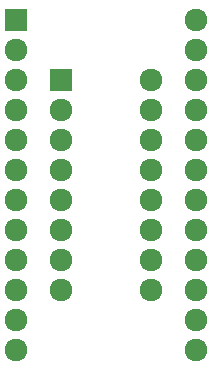
<source format=gbr>
G04 #@! TF.GenerationSoftware,KiCad,Pcbnew,(5.1.5)-3*
G04 #@! TF.CreationDate,2021-01-08T20:22:34-07:00*
G04 #@! TF.ProjectId,ROM_To_2716,524f4d5f-546f-45f3-9237-31362e6b6963,rev?*
G04 #@! TF.SameCoordinates,Original*
G04 #@! TF.FileFunction,Soldermask,Bot*
G04 #@! TF.FilePolarity,Negative*
%FSLAX46Y46*%
G04 Gerber Fmt 4.6, Leading zero omitted, Abs format (unit mm)*
G04 Created by KiCad (PCBNEW (5.1.5)-3) date 2021-01-08 20:22:34*
%MOMM*%
%LPD*%
G04 APERTURE LIST*
%ADD10R,1.924000X1.924000*%
%ADD11C,1.924000*%
G04 APERTURE END LIST*
D10*
X20955000Y-21590000D03*
D11*
X20955000Y-24130000D03*
X20955000Y-26670000D03*
X20955000Y-29210000D03*
X20955000Y-31750000D03*
X20955000Y-34290000D03*
X20955000Y-36830000D03*
X20955000Y-39370000D03*
X20955000Y-41910000D03*
X20955000Y-44450000D03*
X20955000Y-46990000D03*
X20955000Y-49530000D03*
X36195000Y-49530000D03*
X36195000Y-46990000D03*
X36195000Y-44450000D03*
X36195000Y-41910000D03*
X36195000Y-39370000D03*
X36195000Y-36830000D03*
X36195000Y-34290000D03*
X36195000Y-31750000D03*
X36195000Y-29210000D03*
X36195000Y-26670000D03*
X36195000Y-24130000D03*
X36195000Y-21590000D03*
X24765000Y-34290000D03*
X24765000Y-31750000D03*
X24765000Y-29210000D03*
D10*
X24765000Y-26670000D03*
D11*
X24765000Y-36830000D03*
X24765000Y-39370000D03*
X24765000Y-41910000D03*
X24765000Y-44450000D03*
X32385000Y-44450000D03*
X32385000Y-41910000D03*
X32385000Y-39370000D03*
X32385000Y-36830000D03*
X32385000Y-34290000D03*
X32385000Y-31750000D03*
X32385000Y-29210000D03*
X32385000Y-26670000D03*
M02*

</source>
